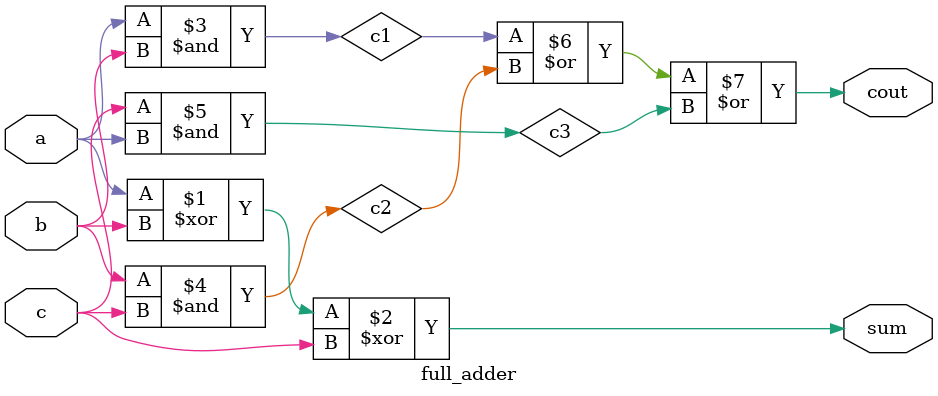
<source format=sv>
module full_adder(
  input a, b, c,
  output sum, cout
);
  
  wire c1, c2, c3;
  
  xor x1(sum, a, b, c);
  
  and a1(c1, a, b);
  and a2(c2, b, c);
  and a3(c3, c, a);
  
  or o1(cout, c1, c2, c3);
  
endmodule

</source>
